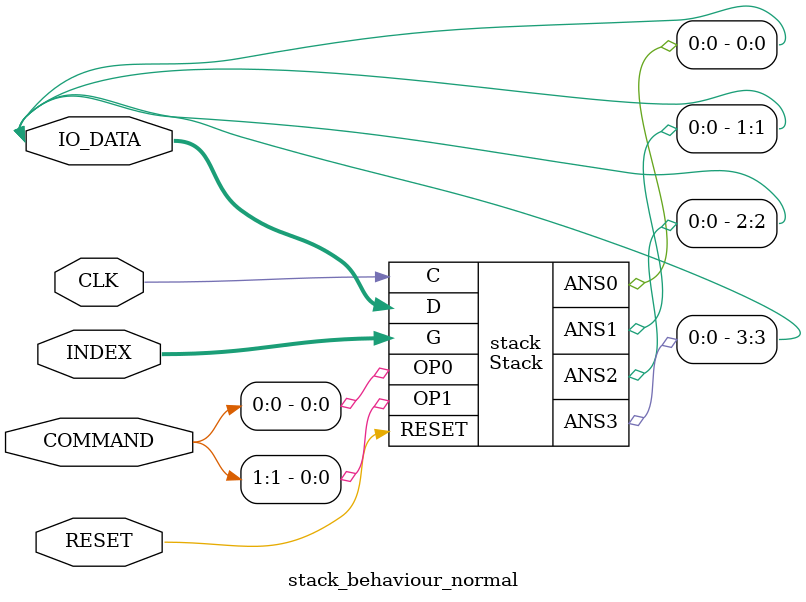
<source format=sv>
module Stack(output reg ANS0, ANS1, ANS2, ANS3, input wire OP0, OP1, RESET, C, input wire[2:0] G, input wire[3:0] D);
    int Pointer = 0;
    int adress;
    reg[19:0] cells; 
    always @(*) begin
        case ({RESET})
            1'b0: begin
                case ({C})
                    1'b0: begin
                        ANS0 = 1'bZ; ANS1 = 1'bZ; ANS2 = 1'bZ; ANS3 = 1'bZ;
                    end
                    1'b1: begin
                        case ({OP1, OP0})
                            2'b00: begin // nop
                                ANS0 = 1'bZ; ANS1 = 1'bZ; ANS2 = 1'bZ; ANS3 = 1'bZ;
                            end
                            2'b01: begin // push
                                cells[Pointer * 4 + 0] = D[0];
                                cells[Pointer * 4 + 1] = D[1];
                                cells[Pointer * 4 + 2] = D[2];
                                cells[Pointer * 4 + 3] = D[3];
                                Pointer = (Pointer + 1) % 5;
                                ANS0 = 1'bZ; ANS1 = 1'bZ; ANS2 = 1'bZ; ANS3 = 1'bZ;
                            end
                            2'b10: begin // pop
                                Pointer = (Pointer + 4) % 5;
                                ANS0 = cells[Pointer * 4 + 0];
                                ANS1 = cells[Pointer * 4 + 1];
                                ANS2 = cells[Pointer * 4 + 2];
                                ANS3 = cells[Pointer * 4 + 3];
                            end
                            2'b11: begin // get
                                adress = (Pointer + 9 - G) % 5;
                                ANS0 = cells[adress * 4 + 0];
                                ANS1 = cells[adress * 4 + 1];
                                ANS2 = cells[adress * 4 + 2];
                                ANS3 = cells[adress * 4 + 3];
                            end
                        endcase
                    end                
                endcase
            end
            1'b1: begin
                Pointer = 0;
                ANS0 = 1'bZ; ANS1 = 1'bZ; ANS2 = 1'bZ; ANS3 = 1'bZ;
                cells = 0;
            end
        endcase
    end
endmodule

module stack_behaviour_normal(
    input wire RESET, 
    input wire CLK, 
    input wire[1:0] COMMAND,
    input wire[2:0] INDEX,
    inout wire[3:0] IO_DATA
    ); 
    
    // put your code here, the other module (stack_behaviour_easy) must be deleted
    Stack stack(.OP0(COMMAND[0]), .OP1(COMMAND[1]), .RESET(RESET), .C(CLK), .G(INDEX), .D(IO_DATA), .ANS0(IO_DATA[0]), .ANS1(IO_DATA[1]), .ANS2(IO_DATA[2]), .ANS3(IO_DATA[3]));
    
endmodule

</source>
